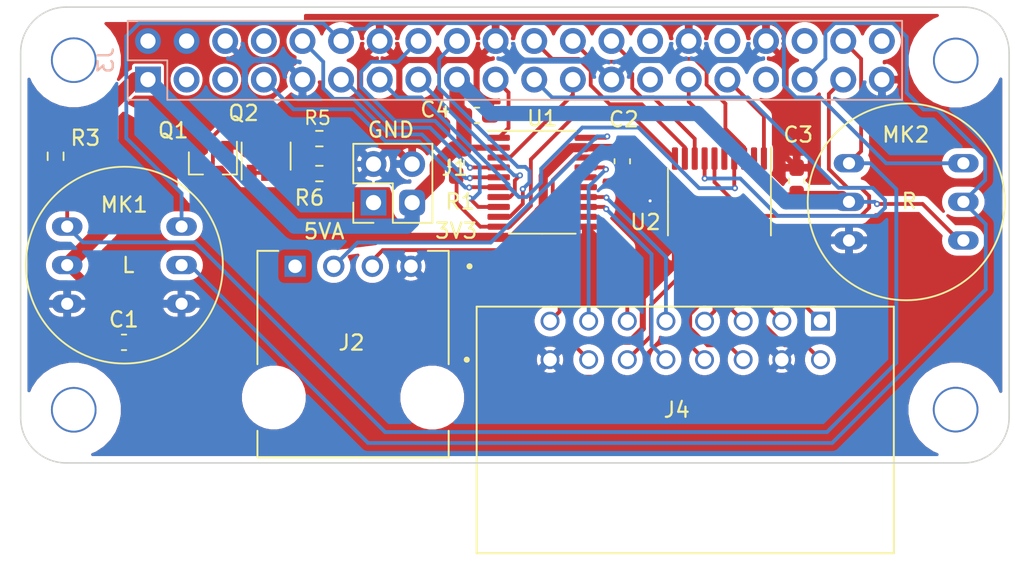
<source format=kicad_pcb>
(kicad_pcb (version 20171130) (host pcbnew 5.1.7)
  (layers (0 F.Cu signal) (1 In1.Cu signal hide) (2 In2.Cu signal hide) (31 B.Cu signal) (34 B.Paste user) (35 F.Paste user) (36 B.SilkS user hide) (37 F.SilkS user) (38 B.Mask user) (39 F.Mask user) (44 Edge.Cuts user))
  (net 0 "")
  (net 1 GND)
  (net 2 /ID_SD_EEPROM)
  (net 3 /ID_SC_EEPROM)
  (net 4 "Net-(Q1-Pad1)")
  (net 5 "Net-(Q2-Pad1)")
  (net 6 /P5V_HAT)
  (net 7 "Net-(J3-Pad3)")
  (net 8 "Net-(J3-Pad5)")
  (net 9 "Net-(J3-Pad8)")
  (net 10 "Net-(J3-Pad32)")
  (net 11 "Net-(J3-Pad33)")
  (net 12 "Net-(J3-Pad36)")
  (net 13 "Net-(J3-Pad40)")
  (net 14 +3.3VA)
  (net 15 +5VA)
  (net 16 /SCL_B)
  (net 17 /SDA_B)
  (net 18 /M_SCK)
  (net 19 /SDA_A)
  (net 20 /SCL_A)
  (net 21 /M_WS)
  (net 22 /M_SD)
  (net 23 /E_B)
  (net 24 /B_B)
  (net 25 /D_B)
  (net 26 /C_B)
  (net 27 /A_B)
  (net 28 /LS_OE)
  (net 29 /STB_A)
  (net 30 /E_A)
  (net 31 /CLK_A)
  (net 32 /G1_A)
  (net 33 /A_A)
  (net 34 /B_A)
  (net 35 /C_A)
  (net 36 /G2_A)
  (net 37 /D_A)
  (net 38 /R2_A)
  (net 39 /B1_A)
  (net 40 /OE_A)
  (net 41 /R1_A)
  (net 42 /B2_A)
  (net 43 /R1_B)
  (net 44 /G1_B)
  (net 45 /B1_B)
  (net 46 /R2_B)
  (net 47 /G2_B)
  (net 48 /B2_B)
  (net 49 /CLK_B)
  (net 50 /STB_B)
  (net 51 /OE_B)
  (module user_footprints:I2S-MIC_DIP-6 (layer F.Cu) (at 85.3694 77.8002 270)
    (fp_text reference MK1 (at -3.9751 0.0127) (layer F.SilkS))
    (fp_text value ICS-43434)
    (fp_text user L (at 0 -0.254 180) (layer F.SilkS))
    (pad 3 thru_hole oval (at 2.54 3.76 270) (size 1.2 2) (drill 0.8) (layers *.Cu *.Mask) (net 1 GND))
    (pad 6 thru_hole oval (at 2.54 -3.76 270) (size 1.2 2) (drill 0.8) (layers *.Cu *.Mask) (net 1 GND))
    (pad 2 thru_hole oval (at 0 3.76 270) (size 1.2 2) (drill 0.8) (layers *.Cu *.Mask) (net 14 +3.3VA))
    (pad 5 thru_hole oval (at 0 -3.76 270) (size 1.2 2) (drill 0.8) (layers *.Cu *.Mask) (net 21 /M_WS))
    (pad 1 thru_hole oval (at -2.54 3.76 270) (size 1.2 2) (drill 0.8) (layers *.Cu *.Mask) (net 22 /M_SD))
    (pad 4 thru_hole oval (at -2.54 -3.76 270) (size 1.2 2) (drill 0.8) (layers *.Cu *.Mask) (net 18 /M_SCK))
  )
  (module user_footprints:I2S-MIC_DIP-6 (layer F.Cu) (at 136.779 73.6346 270)
    (fp_text reference MK2 (at -4.4196 0.0254 180) (layer F.SilkS))
    (fp_text value ICS-43434)
    (fp_text user R (at -0.0508 -0.2032 180) (layer F.SilkS))
    (pad 3 thru_hole oval (at 2.54 3.76 270) (size 1.2 2) (drill 0.8) (layers *.Cu *.Mask) (net 1 GND))
    (pad 6 thru_hole oval (at 2.54 -3.76 270) (size 1.2 2) (drill 0.8) (layers *.Cu *.Mask) (net 14 +3.3VA))
    (pad 2 thru_hole oval (at 0 3.76 270) (size 1.2 2) (drill 0.8) (layers *.Cu *.Mask) (net 14 +3.3VA))
    (pad 5 thru_hole oval (at 0 -3.76 270) (size 1.2 2) (drill 0.8) (layers *.Cu *.Mask) (net 21 /M_WS))
    (pad 1 thru_hole oval (at -2.54 3.76 270) (size 1.2 2) (drill 0.8) (layers *.Cu *.Mask) (net 22 /M_SD))
    (pad 4 thru_hole oval (at -2.54 -3.76 270) (size 1.2 2) (drill 0.8) (layers *.Cu *.Mask) (net 18 /M_SCK))
  )
  (module Resistor_SMD:R_0603_1608Metric_Pad0.98x0.95mm_HandSolder (layer F.Cu) (at 80.8482 70.6355 90)
    (fp_text reference R3 (at 1.2046 1.9558 180) (layer F.SilkS))
    (fp_text value 100K)
    (pad 2 smd roundrect (at 0.9125 0 90) (size 0.975 0.95) (layers F.Cu F.Paste F.Mask) (net 1 GND))
    (pad 1 smd roundrect (at -0.9125 0 90) (size 0.975 0.95) (layers F.Cu F.Paste F.Mask) (net 22 /M_SD))
  )
  (module user_footprints:TE_103904-3 (layer F.Cu) (at 104.2162 77.8764 180)
    (fp_text reference J2 (at 3.9116 -5.0292 180) (layer F.SilkS))
    (fp_text value 103904-3)
    (pad 1 thru_hole rect (at 7.62 0 180) (size 1.397 1.397) (drill 0.889) (layers *.Cu *.Mask) (net 15 +5VA))
    (pad 2 thru_hole circle (at 5.08 0 180) (size 1.397 1.397) (drill 0.889) (layers *.Cu *.Mask) (net 17 /SDA_B))
    (pad 3 thru_hole circle (at 2.54 0 270) (size 1.397 1.397) (drill 0.889) (layers *.Cu *.Mask) (net 16 /SCL_B))
    (pad 4 thru_hole circle (at 0 0 180) (size 1.397 1.397) (drill 0.889) (layers *.Cu *.Mask) (net 1 GND))
    (pad None np_thru_hole circle (at 9.017 -8.636 180) (size 3.404 3.404) (drill 3.404) (layers *.Cu *.Mask))
    (pad None np_thru_hole circle (at -1.397 -8.636 180) (size 3.404 3.404) (drill 3.404) (layers *.Cu *.Mask))
  )
  (module Connector_PinHeader_2.54mm:PinHeader_2x02_P2.54mm_Vertical (layer F.Cu) (at 101.7524 71.1454)
    (fp_text reference J1 (at 5.334 0.254) (layer F.SilkS))
    (fp_text value PWR hide)
    (fp_text user 3V3 (at 5.4356 4.3942) (layer F.SilkS))
    (fp_text user 5VA (at -3.2512 4.4323) (layer F.SilkS))
    (fp_text user GND (at 1.143 -2.2479 180) (layer F.SilkS))
    (pad 1 thru_hole roundrect (at 2.54 2.54) (size 1.7 1.7) (drill 1) (layers *.Cu *.Mask) (net 14 +3.3VA))
    (pad 3 thru_hole rect (at 0 2.54) (size 1.7 1.7) (drill 1) (layers *.Cu *.Mask) (net 15 +5VA))
    (pad 2 thru_hole oval (at 2.54 0) (size 1.7 1.7) (drill 1) (layers *.Cu *.Mask) (net 1 GND))
    (pad 4 thru_hole circle (at 0 0) (size 1.7 1.7) (drill 1) (layers *.Cu *.Mask) (net 1 GND))
  )
  (module user_footprints:TE_5-103167-5 (layer F.Cu) (at 113.3602 84.0232)
    (fp_text reference J4 (at 8.3312 3.302) (layer F.SilkS))
    (fp_text value HUB-75)
    (pad 1 thru_hole rect (at 17.78 -2.54) (size 1.24 1.24) (drill 0.89) (layers *.Cu *.Mask) (net 43 /R1_B))
    (pad 2 thru_hole circle (at 17.78 0) (size 1.24 1.24) (drill 0.89) (layers *.Cu *.Mask) (net 44 /G1_B))
    (pad 3 thru_hole circle (at 15.24 -2.54) (size 1.24 1.24) (drill 0.89) (layers *.Cu *.Mask) (net 45 /B1_B))
    (pad 4 thru_hole circle (at 15.24 0) (size 1.24 1.24) (drill 0.89) (layers *.Cu *.Mask) (net 1 GND))
    (pad 5 thru_hole circle (at 12.7 -2.54) (size 1.24 1.24) (drill 0.89) (layers *.Cu *.Mask) (net 46 /R2_B))
    (pad 6 thru_hole circle (at 12.7 0) (size 1.24 1.24) (drill 0.89) (layers *.Cu *.Mask) (net 47 /G2_B))
    (pad 7 thru_hole circle (at 10.16 -2.54) (size 1.24 1.24) (drill 0.89) (layers *.Cu *.Mask) (net 48 /B2_B))
    (pad 8 thru_hole circle (at 10.16 0) (size 1.24 1.24) (drill 0.89) (layers *.Cu *.Mask) (net 23 /E_B))
    (pad 9 thru_hole circle (at 7.62 -2.54) (size 1.24 1.24) (drill 0.89) (layers *.Cu *.Mask) (net 27 /A_B))
    (pad 10 thru_hole circle (at 7.62 0) (size 1.24 1.24) (drill 0.89) (layers *.Cu *.Mask) (net 24 /B_B))
    (pad 11 thru_hole circle (at 5.08 -2.54) (size 1.24 1.24) (drill 0.89) (layers *.Cu *.Mask) (net 26 /C_B))
    (pad 12 thru_hole circle (at 5.08 0) (size 1.24 1.24) (drill 0.89) (layers *.Cu *.Mask) (net 25 /D_B))
    (pad 13 thru_hole circle (at 2.54 -2.54) (size 1.24 1.24) (drill 0.89) (layers *.Cu *.Mask) (net 49 /CLK_B))
    (pad 14 thru_hole circle (at 2.54 0) (size 1.24 1.24) (drill 0.89) (layers *.Cu *.Mask) (net 50 /STB_B))
    (pad 15 thru_hole circle (at 0 -2.54) (size 1.24 1.24) (drill 0.89) (layers *.Cu *.Mask) (net 51 /OE_B))
    (pad 16 thru_hole circle (at 0 0) (size 1.24 1.24) (drill 0.89) (layers *.Cu *.Mask) (net 1 GND))
  )
  (module Package_SO:TSSOP-20_4.4x6.5mm_P0.65mm (layer F.Cu) (at 124.4981 73.6473 270)
    (fp_text reference U2 (at 1.3208 4.8641 180) (layer F.SilkS))
    (fp_text value TXS0108EPW)
    (pad 20 smd roundrect (at 2.8625 -2.925 270) (size 1.475 0.4) (layers F.Cu F.Paste F.Mask) (net 43 /R1_B))
    (pad 19 smd roundrect (at 2.8625 -2.275 270) (size 1.475 0.4) (layers F.Cu F.Paste F.Mask) (net 15 +5VA))
    (pad 18 smd roundrect (at 2.8625 -1.625 270) (size 1.475 0.4) (layers F.Cu F.Paste F.Mask) (net 45 /B1_B))
    (pad 17 smd roundrect (at 2.8625 -0.975 270) (size 1.475 0.4) (layers F.Cu F.Paste F.Mask) (net 44 /G1_B))
    (pad 16 smd roundrect (at 2.8625 -0.325 270) (size 1.475 0.4) (layers F.Cu F.Paste F.Mask) (net 46 /R2_B))
    (pad 15 smd roundrect (at 2.8625 0.325 270) (size 1.475 0.4) (layers F.Cu F.Paste F.Mask) (net 48 /B2_B))
    (pad 14 smd roundrect (at 2.8625 0.975 270) (size 1.475 0.4) (layers F.Cu F.Paste F.Mask) (net 47 /G2_B))
    (pad 13 smd roundrect (at 2.8625 1.625 270) (size 1.475 0.4) (layers F.Cu F.Paste F.Mask) (net 23 /E_B))
    (pad 12 smd roundrect (at 2.8625 2.275 270) (size 1.475 0.4) (layers F.Cu F.Paste F.Mask) (net 25 /D_B))
    (pad 11 smd roundrect (at 2.8625 2.925 270) (size 1.475 0.4) (layers F.Cu F.Paste F.Mask) (net 1 GND))
    (pad 10 smd roundrect (at -2.8625 2.925 270) (size 1.475 0.4) (layers F.Cu F.Paste F.Mask) (net 28 /LS_OE))
    (pad 9 smd roundrect (at -2.8625 2.275 270) (size 1.475 0.4) (layers F.Cu F.Paste F.Mask) (net 37 /D_A))
    (pad 8 smd roundrect (at -2.8625 1.625 270) (size 1.475 0.4) (layers F.Cu F.Paste F.Mask) (net 30 /E_A))
    (pad 7 smd roundrect (at -2.8625 0.975 270) (size 1.475 0.4) (layers F.Cu F.Paste F.Mask) (net 36 /G2_A))
    (pad 6 smd roundrect (at -2.8625 0.325 270) (size 1.475 0.4) (layers F.Cu F.Paste F.Mask) (net 42 /B2_A))
    (pad 5 smd roundrect (at -2.8625 -0.325 270) (size 1.475 0.4) (layers F.Cu F.Paste F.Mask) (net 38 /R2_A))
    (pad 4 smd roundrect (at -2.8625 -0.975 270) (size 1.475 0.4) (layers F.Cu F.Paste F.Mask) (net 32 /G1_A))
    (pad 3 smd roundrect (at -2.8625 -1.625 270) (size 1.475 0.4) (layers F.Cu F.Paste F.Mask) (net 39 /B1_A))
    (pad 2 smd roundrect (at -2.8625 -2.275 270) (size 1.475 0.4) (layers F.Cu F.Paste F.Mask) (net 14 +3.3VA))
    (pad 1 smd roundrect (at -2.8625 -2.925 270) (size 1.475 0.4) (layers F.Cu F.Paste F.Mask) (net 41 /R1_A))
  )
  (module Capacitor_SMD:C_0603_1608Metric_Pad1.08x0.95mm_HandSolder (layer F.Cu) (at 107.188 71.0449 270)
    (fp_text reference R1 (at 2.577 -0.2667 180) (layer F.SilkS))
    (fp_text value 4.7K)
    (pad 2 smd roundrect (at 0.8625 0 270) (size 1.075 0.95) (layers F.Cu F.Paste F.Mask) (net 28 /LS_OE))
    (pad 1 smd roundrect (at -0.8625 0 270) (size 1.075 0.95) (layers F.Cu F.Paste F.Mask) (net 14 +3.3VA))
  )
  (module Capacitor_SMD:C_0603_1608Metric_Pad1.08x0.95mm_HandSolder (layer F.Cu) (at 108.5607 67.945)
    (fp_text reference C4 (at -2.757 -0.381) (layer F.SilkS))
    (fp_text value 1uF)
    (pad 2 smd roundrect (at 0.8625 0) (size 1.075 0.95) (layers F.Cu F.Paste F.Mask) (net 1 GND))
    (pad 1 smd roundrect (at -0.8625 0) (size 1.075 0.95) (layers F.Cu F.Paste F.Mask) (net 14 +3.3VA))
  )
  (module Capacitor_SMD:C_0603_1608Metric_Pad1.08x0.95mm_HandSolder (layer F.Cu) (at 129.5781 72.2503 90)
    (fp_text reference C3 (at 3.0353 0.1016 180) (layer F.SilkS))
    (fp_text value 1uF)
    (pad 2 smd roundrect (at 0.8625 0 90) (size 1.075 0.95) (layers F.Cu F.Paste F.Mask) (net 1 GND))
    (pad 1 smd roundrect (at -0.8625 0 90) (size 1.075 0.95) (layers F.Cu F.Paste F.Mask) (net 14 +3.3VA))
  )
  (module Capacitor_SMD:C_0603_1608Metric_Pad1.08x0.95mm_HandSolder (layer F.Cu) (at 118.11 70.9676 270)
    (fp_text reference C2 (at -2.7559 -0.1016 180) (layer F.SilkS))
    (fp_text value 1uF)
    (pad 2 smd roundrect (at 0.8625 0 270) (size 1.075 0.95) (layers F.Cu F.Paste F.Mask) (net 1 GND))
    (pad 1 smd roundrect (at -0.8625 0 270) (size 1.075 0.95) (layers F.Cu F.Paste F.Mask) (net 15 +5VA))
  )
  (module Package_SO:TSSOP-20_4.4x6.5mm_P0.65mm (layer F.Cu) (at 112.8445 72.3444)
    (fp_text reference U1 (at 0 -4.2) (layer F.SilkS))
    (fp_text value TXS0108EPW)
    (pad 20 smd roundrect (at 2.8625 -2.925) (size 1.475 0.4) (layers F.Cu F.Paste F.Mask) (net 17 /SDA_B))
    (pad 19 smd roundrect (at 2.8625 -2.275) (size 1.475 0.4) (layers F.Cu F.Paste F.Mask) (net 15 +5VA))
    (pad 18 smd roundrect (at 2.8625 -1.625) (size 1.475 0.4) (layers F.Cu F.Paste F.Mask) (net 16 /SCL_B))
    (pad 17 smd roundrect (at 2.8625 -0.975) (size 1.475 0.4) (layers F.Cu F.Paste F.Mask) (net 49 /CLK_B))
    (pad 16 smd roundrect (at 2.8625 -0.325) (size 1.475 0.4) (layers F.Cu F.Paste F.Mask) (net 51 /OE_B))
    (pad 15 smd roundrect (at 2.8625 0.325) (size 1.475 0.4) (layers F.Cu F.Paste F.Mask) (net 50 /STB_B))
    (pad 14 smd roundrect (at 2.8625 0.975) (size 1.475 0.4) (layers F.Cu F.Paste F.Mask) (net 27 /A_B))
    (pad 13 smd roundrect (at 2.8625 1.625) (size 1.475 0.4) (layers F.Cu F.Paste F.Mask) (net 24 /B_B))
    (pad 12 smd roundrect (at 2.8625 2.275) (size 1.475 0.4) (layers F.Cu F.Paste F.Mask) (net 26 /C_B))
    (pad 11 smd roundrect (at 2.8625 2.925) (size 1.475 0.4) (layers F.Cu F.Paste F.Mask) (net 1 GND))
    (pad 10 smd roundrect (at -2.8625 2.925) (size 1.475 0.4) (layers F.Cu F.Paste F.Mask) (net 28 /LS_OE))
    (pad 9 smd roundrect (at -2.8625 2.275) (size 1.475 0.4) (layers F.Cu F.Paste F.Mask) (net 35 /C_A))
    (pad 8 smd roundrect (at -2.8625 1.625) (size 1.475 0.4) (layers F.Cu F.Paste F.Mask) (net 34 /B_A))
    (pad 7 smd roundrect (at -2.8625 0.975) (size 1.475 0.4) (layers F.Cu F.Paste F.Mask) (net 33 /A_A))
    (pad 6 smd roundrect (at -2.8625 0.325) (size 1.475 0.4) (layers F.Cu F.Paste F.Mask) (net 29 /STB_A))
    (pad 5 smd roundrect (at -2.8625 -0.325) (size 1.475 0.4) (layers F.Cu F.Paste F.Mask) (net 40 /OE_A))
    (pad 4 smd roundrect (at -2.8625 -0.975) (size 1.475 0.4) (layers F.Cu F.Paste F.Mask) (net 31 /CLK_A))
    (pad 3 smd roundrect (at -2.8625 -1.625) (size 1.475 0.4) (layers F.Cu F.Paste F.Mask) (net 20 /SCL_A))
    (pad 2 smd roundrect (at -2.8625 -2.275) (size 1.475 0.4) (layers F.Cu F.Paste F.Mask) (net 14 +3.3VA))
    (pad 1 smd roundrect (at -2.8625 -2.925) (size 1.475 0.4) (layers F.Cu F.Paste F.Mask) (net 19 /SDA_A))
  )
  (module Capacitor_SMD:C_0603_1608Metric_Pad1.08x0.95mm_HandSolder (layer F.Cu) (at 85.3451 82.8802)
    (fp_text reference C1 (at -0.0138 -1.4986) (layer F.SilkS))
    (fp_text value 1uF)
    (pad 2 smd roundrect (at 0.8625 0) (size 1.075 0.95) (layers F.Cu F.Paste F.Mask) (net 1 GND))
    (pad 1 smd roundrect (at -0.8625 0) (size 1.075 0.95) (layers F.Cu F.Paste F.Mask) (net 14 +3.3VA))
  )
  (module Connector_PinSocket_2.54mm:PinSocket_2x20_P2.54mm_Vertical (layer B.Cu) (at 86.92 65.59 270)
    (fp_text reference J3 (at -1.27 2.77 270) (layer B.SilkS) (effects (justify mirror)))
    (fp_text value 40HAT)
    (pad 1 thru_hole rect (at 0 0 270) (size 1.7 1.7) (drill 1) (layers *.Cu *.Mask) (net 14 +3.3VA))
    (pad 2 thru_hole oval (at -2.54 0 270) (size 1.7 1.7) (drill 1) (layers *.Cu *.Mask) (net 6 /P5V_HAT))
    (pad 3 thru_hole oval (at 0 -2.54 270) (size 1.7 1.7) (drill 1) (layers *.Cu *.Mask) (net 7 "Net-(J3-Pad3)"))
    (pad 4 thru_hole oval (at -2.54 -2.54 270) (size 1.7 1.7) (drill 1) (layers *.Cu *.Mask) (net 6 /P5V_HAT))
    (pad 5 thru_hole oval (at 0 -5.08 270) (size 1.7 1.7) (drill 1) (layers *.Cu *.Mask) (net 8 "Net-(J3-Pad5)"))
    (pad 6 thru_hole oval (at -2.54 -5.08 270) (size 1.7 1.7) (drill 1) (layers *.Cu *.Mask) (net 1 GND))
    (pad 7 thru_hole oval (at 0 -7.62 270) (size 1.7 1.7) (drill 1) (layers *.Cu *.Mask) (net 29 /STB_A))
    (pad 8 thru_hole oval (at -2.54 -7.62 270) (size 1.7 1.7) (drill 1) (layers *.Cu *.Mask) (net 9 "Net-(J3-Pad8)"))
    (pad 9 thru_hole oval (at 0 -10.16 270) (size 1.7 1.7) (drill 1) (layers *.Cu *.Mask) (net 1 GND))
    (pad 10 thru_hole oval (at -2.54 -10.16 270) (size 1.7 1.7) (drill 1) (layers *.Cu *.Mask) (net 40 /OE_A))
    (pad 11 thru_hole oval (at 0 -12.7 270) (size 1.7 1.7) (drill 1) (layers *.Cu *.Mask) (net 31 /CLK_A))
    (pad 12 thru_hole oval (at -2.54 -12.7 270) (size 1.7 1.7) (drill 1) (layers *.Cu *.Mask) (net 18 /M_SCK))
    (pad 13 thru_hole oval (at 0 -15.24 270) (size 1.7 1.7) (drill 1) (layers *.Cu *.Mask) (net 32 /G1_A))
    (pad 14 thru_hole oval (at -2.54 -15.24 270) (size 1.7 1.7) (drill 1) (layers *.Cu *.Mask) (net 1 GND))
    (pad 15 thru_hole oval (at 0 -17.78 270) (size 1.7 1.7) (drill 1) (layers *.Cu *.Mask) (net 33 /A_A))
    (pad 16 thru_hole oval (at -2.54 -17.78 270) (size 1.7 1.7) (drill 1) (layers *.Cu *.Mask) (net 34 /B_A))
    (pad 17 thru_hole oval (at 0 -20.32 270) (size 1.7 1.7) (drill 1) (layers *.Cu *.Mask) (net 14 +3.3VA))
    (pad 18 thru_hole oval (at -2.54 -20.32 270) (size 1.7 1.7) (drill 1) (layers *.Cu *.Mask) (net 35 /C_A))
    (pad 19 thru_hole oval (at 0 -22.86 270) (size 1.7 1.7) (drill 1) (layers *.Cu *.Mask) (net 19 /SDA_A))
    (pad 20 thru_hole oval (at -2.54 -22.86 270) (size 1.7 1.7) (drill 1) (layers *.Cu *.Mask) (net 1 GND))
    (pad 21 thru_hole oval (at 0 -25.4 270) (size 1.7 1.7) (drill 1) (layers *.Cu *.Mask) (net 36 /G2_A))
    (pad 22 thru_hole oval (at -2.54 -25.4 270) (size 1.7 1.7) (drill 1) (layers *.Cu *.Mask) (net 37 /D_A))
    (pad 23 thru_hole oval (at 0 -27.94 270) (size 1.7 1.7) (drill 1) (layers *.Cu *.Mask) (net 20 /SCL_A))
    (pad 24 thru_hole oval (at -2.54 -27.94 270) (size 1.7 1.7) (drill 1) (layers *.Cu *.Mask) (net 30 /E_A))
    (pad 25 thru_hole oval (at 0 -30.48 270) (size 1.7 1.7) (drill 1) (layers *.Cu *.Mask) (net 1 GND))
    (pad 26 thru_hole oval (at -2.54 -30.48 270) (size 1.7 1.7) (drill 1) (layers *.Cu *.Mask) (net 39 /B1_A))
    (pad 27 thru_hole oval (at 0 -33.02 270) (size 1.7 1.7) (drill 1) (layers *.Cu *.Mask) (net 2 /ID_SD_EEPROM))
    (pad 28 thru_hole oval (at -2.54 -33.02 270) (size 1.7 1.7) (drill 1) (layers *.Cu *.Mask) (net 3 /ID_SC_EEPROM))
    (pad 29 thru_hole oval (at 0 -35.56 270) (size 1.7 1.7) (drill 1) (layers *.Cu *.Mask) (net 38 /R2_A))
    (pad 30 thru_hole oval (at -2.54 -35.56 270) (size 1.7 1.7) (drill 1) (layers *.Cu *.Mask) (net 1 GND))
    (pad 31 thru_hole oval (at 0 -38.1 270) (size 1.7 1.7) (drill 1) (layers *.Cu *.Mask) (net 41 /R1_A))
    (pad 32 thru_hole oval (at -2.54 -38.1 270) (size 1.7 1.7) (drill 1) (layers *.Cu *.Mask) (net 10 "Net-(J3-Pad32)"))
    (pad 33 thru_hole oval (at 0 -40.64 270) (size 1.7 1.7) (drill 1) (layers *.Cu *.Mask) (net 11 "Net-(J3-Pad33)"))
    (pad 34 thru_hole oval (at -2.54 -40.64 270) (size 1.7 1.7) (drill 1) (layers *.Cu *.Mask) (net 1 GND))
    (pad 35 thru_hole oval (at 0 -43.18 270) (size 1.7 1.7) (drill 1) (layers *.Cu *.Mask) (net 21 /M_WS))
    (pad 36 thru_hole oval (at -2.54 -43.18 270) (size 1.7 1.7) (drill 1) (layers *.Cu *.Mask) (net 12 "Net-(J3-Pad36)"))
    (pad 37 thru_hole oval (at 0 -45.72 270) (size 1.7 1.7) (drill 1) (layers *.Cu *.Mask) (net 42 /B2_A))
    (pad 38 thru_hole oval (at -2.54 -45.72 270) (size 1.7 1.7) (drill 1) (layers *.Cu *.Mask) (net 22 /M_SD))
    (pad 39 thru_hole oval (at 0 -48.26 270) (size 1.7 1.7) (drill 1) (layers *.Cu *.Mask) (net 1 GND))
    (pad 40 thru_hole oval (at -2.54 -48.26 270) (size 1.7 1.7) (drill 1) (layers *.Cu *.Mask) (net 13 "Net-(J3-Pad40)"))
  )
  (module Package_TO_SOT_SMD:SOT-23 (layer F.Cu) (at 91.19 71.0738 270)
    (fp_text reference Q1 (at -2.1382 2.6075) (layer F.SilkS))
    (fp_text value DMG2305UX)
    (pad 3 smd rect (at 1 0 270) (size 0.9 0.8) (layers F.Cu F.Paste F.Mask) (net 15 +5VA))
    (pad 2 smd rect (at -1 0.95 270) (size 0.9 0.8) (layers F.Cu F.Paste F.Mask) (net 6 /P5V_HAT))
    (pad 1 smd rect (at -1 -0.95 270) (size 0.9 0.8) (layers F.Cu F.Paste F.Mask) (net 4 "Net-(Q1-Pad1)"))
  )
  (module Package_TO_SOT_SMD:SOT-23-6 (layer F.Cu) (at 94.69 70.6238 90)
    (fp_text reference Q2 (at 2.8312 -1.4847 180) (layer F.SilkS))
    (fp_text value DMMT5401)
    (pad 5 smd rect (at 1.1 0 90) (size 1.06 0.65) (layers F.Cu F.Paste F.Mask) (net 6 /P5V_HAT))
    (pad 6 smd rect (at 1.1 -0.95 90) (size 1.06 0.65) (layers F.Cu F.Paste F.Mask) (net 15 +5VA))
    (pad 4 smd rect (at 1.1 0.95 90) (size 1.06 0.65) (layers F.Cu F.Paste F.Mask) (net 4 "Net-(Q1-Pad1)"))
    (pad 3 smd rect (at -1.1 0.95 90) (size 1.06 0.65) (layers F.Cu F.Paste F.Mask) (net 5 "Net-(Q2-Pad1)"))
    (pad 2 smd rect (at -1.1 0 90) (size 1.06 0.65) (layers F.Cu F.Paste F.Mask) (net 5 "Net-(Q2-Pad1)"))
    (pad 1 smd rect (at -1.1 -0.95 90) (size 1.06 0.65) (layers F.Cu F.Paste F.Mask) (net 5 "Net-(Q2-Pad1)"))
  )
  (module Resistor_SMD:R_0603_1608Metric_Pad0.84x1.00mm_HandSolder (layer F.Cu) (at 98.19 69.4738)
    (fp_text reference R5 (at -0.1206 -1.3637 180) (layer F.SilkS) (effects (font (size 0.9 0.9) (thickness 0.13))))
    (fp_text value 47K)
    (pad 1 smd rect (at -0.9625 0) (size 0.845 1) (layers F.Cu F.Paste F.Mask) (net 4 "Net-(Q1-Pad1)"))
    (pad 2 smd rect (at 0.9625 0) (size 0.845 1) (layers F.Cu F.Paste F.Mask) (net 1 GND))
  )
  (module Resistor_SMD:R_0603_1608Metric_Pad0.84x1.00mm_HandSolder (layer F.Cu) (at 98.19 71.7738)
    (fp_text reference R6 (at -0.654 1.5941 180) (layer F.SilkS))
    (fp_text value 10K)
    (pad 2 smd rect (at 0.9625 0) (size 0.845 1) (layers F.Cu F.Paste F.Mask) (net 1 GND))
    (pad 1 smd rect (at -0.9625 0) (size 0.845 1) (layers F.Cu F.Paste F.Mask) (net 5 "Net-(Q2-Pad1)"))
  )
  (module project_footprints:NPTH_3mm_ID (layer F.Cu) (at 82.04 64.31)
    (fp_text reference H1 (at 0.06 0.09) (layer F.SilkS))
    (fp_text value 3mm_Mounting_Hole hide)
    (pad "" np_thru_hole circle (at 0 0) (size 3 3) (drill 2.75) (layers *.Cu *.Mask) (clearance 1.6))
  )
  (module project_footprints:NPTH_3mm_ID (layer F.Cu) (at 140.04 64.33)
    (fp_text reference H2 (at 0.06 0.09) (layer F.SilkS))
    (fp_text value 3mm_Mounting_Hole hide)
    (pad "" np_thru_hole circle (at 0 0) (size 3 3) (drill 2.75) (layers *.Cu *.Mask) (clearance 1.6))
  )
  (module project_footprints:NPTH_3mm_ID (layer F.Cu) (at 82.04 87.32)
    (fp_text reference H3 (at 0.06 0.09) (layer F.SilkS))
    (fp_text value 3mm_Mounting_Hole hide)
    (pad "" np_thru_hole circle (at 0 0) (size 3 3) (drill 2.75) (layers *.Cu *.Mask) (clearance 1.6))
  )
  (module project_footprints:NPTH_3mm_ID (layer F.Cu) (at 140.03 87.31)
    (fp_text reference H4 (at 0.06 0.09) (layer F.SilkS))
    (fp_text value 3mm_Mounting_Hole hide)
    (pad "" np_thru_hole circle (at 0 0) (size 3 3) (drill 2.75) (layers *.Cu *.Mask) (clearance 1.6))
  )
  (gr_line (start 78.546356 63.817611) (end 78.546356 87.817611) (layer Edge.Cuts) (width 0.1))
  (gr_arc (start 81.546356 63.817611) (end 81.546356 60.817611) (angle -90) (layer Edge.Cuts) (width 0.1))
  (gr_line (start 140.546356 60.817611) (end 81.546356 60.817611) (layer Edge.Cuts) (width 0.1))
  (gr_arc (start 140.546356 63.817611) (end 143.546356 63.817611) (angle -90) (layer Edge.Cuts) (width 0.1))
  (gr_line (start 143.546351 87.822847) (end 143.546356 63.817611) (layer Edge.Cuts) (width 0.1))
  (gr_arc (start 81.546356 87.817611) (end 78.546356 87.817611) (angle -90) (layer Edge.Cuts) (width 0.1))
  (gr_line (start 81.546356 90.817611) (end 140.546356 90.817611) (layer Edge.Cuts) (width 0.1))
  (gr_arc (start 140.546356 87.817611) (end 140.546356 90.817611) (angle -89.9) (layer Edge.Cuts) (width 0.1))
  (via (at 134.8613 73.7743) (size 0.4) (drill 0.2) (layers F.Cu B.Cu) (net 14))
  (segment (start 97.08 65.59) (end 97.08 66.6254) (width 0.25) (layer F.Cu) (net 1))
  (segment (start 103.410001 64.300001) (end 108.529999 64.300001) (width 0.4) (layer F.Cu) (net 1))
  (segment (start 102.16 63.05) (end 103.410001 64.300001) (width 0.4) (layer F.Cu) (net 1))
  (segment (start 103.449999 70.302999) (end 104.2924 71.1454) (width 0.4) (layer F.Cu) (net 1))
  (segment (start 103.449999 64.339999) (end 103.449999 70.302999) (width 0.4) (layer F.Cu) (net 1))
  (segment (start 102.16 63.05) (end 103.449999 64.339999) (width 0.4) (layer F.Cu) (net 1))
  (segment (start 100.870001 67.842999) (end 104.2924 71.265398) (width 0.4) (layer F.Cu) (net 1))
  (segment (start 100.870001 64.339999) (end 100.870001 67.842999) (width 0.4) (layer F.Cu) (net 1))
  (segment (start 102.16 63.05) (end 100.870001 64.339999) (width 0.4) (layer F.Cu) (net 1))
  (segment (start 108.529999 64.300001) (end 109.78 63.05) (width 0.4) (layer F.Cu) (net 1))
  (segment (start 106.679997 64.300001) (end 108.529999 64.300001) (width 0.4) (layer F.Cu) (net 1))
  (segment (start 108.5342 64.2958) (end 109.78 63.05) (width 0.4) (layer F.Cu) (net 1))
  (segment (start 108.5342 64.985798) (end 108.5342 64.2958) (width 0.4) (layer F.Cu) (net 1))
  (segment (start 108.529999 64.989999) (end 108.5342 64.985798) (width 0.4) (layer F.Cu) (net 1))
  (segment (start 108.5342 66.194202) (end 108.529999 66.190001) (width 0.4) (layer F.Cu) (net 1))
  (segment (start 108.5342 67.056) (end 108.5342 66.194202) (width 0.4) (layer F.Cu) (net 1))
  (segment (start 108.529999 66.190001) (end 108.529999 64.989999) (width 0.4) (layer F.Cu) (net 1))
  (segment (start 109.4232 67.945) (end 108.5342 67.056) (width 0.4) (layer F.Cu) (net 1))
  (segment (start 128.849999 70.659699) (end 129.5781 71.3878) (width 0.4) (layer F.Cu) (net 1))
  (segment (start 128.849999 64.339999) (end 128.849999 70.659699) (width 0.4) (layer F.Cu) (net 1))
  (segment (start 127.56 63.05) (end 128.849999 64.339999) (width 0.4) (layer F.Cu) (net 1))
  (segment (start 123.730001 64.300001) (end 122.48 63.05) (width 0.4) (layer B.Cu) (net 1))
  (segment (start 126.309999 64.300001) (end 123.730001 64.300001) (width 0.4) (layer B.Cu) (net 1))
  (segment (start 127.56 63.05) (end 126.309999 64.300001) (width 0.4) (layer B.Cu) (net 1))
  (segment (start 118.689999 64.300001) (end 117.4 65.59) (width 0.4) (layer B.Cu) (net 1))
  (segment (start 121.229999 64.300001) (end 118.689999 64.300001) (width 0.4) (layer B.Cu) (net 1))
  (segment (start 122.48 63.05) (end 121.229999 64.300001) (width 0.4) (layer B.Cu) (net 1))
  (segment (start 116.149999 64.339999) (end 117.4 65.59) (width 0.4) (layer B.Cu) (net 1))
  (segment (start 111.069999 64.339999) (end 116.149999 64.339999) (width 0.4) (layer B.Cu) (net 1))
  (segment (start 109.78 63.05) (end 111.069999 64.339999) (width 0.4) (layer B.Cu) (net 1))
  (segment (start 98.245398 71.1454) (end 101.7524 71.1454) (width 0.4) (layer B.Cu) (net 1))
  (segment (start 93.289999 66.190001) (end 98.245398 71.1454) (width 0.4) (layer B.Cu) (net 1))
  (segment (start 93.289999 64.339999) (end 93.289999 66.190001) (width 0.4) (layer B.Cu) (net 1))
  (segment (start 92 63.05) (end 93.289999 64.339999) (width 0.4) (layer B.Cu) (net 1))
  (segment (start 95.790001 64.300001) (end 97.08 65.59) (width 0.4) (layer B.Cu) (net 1))
  (segment (start 93.250001 64.300001) (end 95.790001 64.300001) (width 0.4) (layer B.Cu) (net 1))
  (segment (start 92 63.05) (end 93.250001 64.300001) (width 0.4) (layer B.Cu) (net 1))
  (segment (start 114.554 85.217) (end 113.3602 84.0232) (width 0.4) (layer F.Cu) (net 1))
  (segment (start 116.4463 85.217) (end 114.554 85.217) (width 0.4) (layer F.Cu) (net 1))
  (segment (start 117.1829 84.4804) (end 116.4463 85.217) (width 0.4) (layer F.Cu) (net 1))
  (segment (start 115.707 75.2694) (end 117.1829 76.7453) (width 0.4) (layer F.Cu) (net 1))
  (segment (start 119.460201 81.972801) (end 118.590902 82.8421) (width 0.4) (layer F.Cu) (net 1))
  (segment (start 118.590902 82.8421) (end 117.1829 82.8421) (width 0.4) (layer F.Cu) (net 1))
  (segment (start 119.460201 78.622699) (end 119.460201 81.972801) (width 0.4) (layer F.Cu) (net 1))
  (segment (start 121.5731 76.5098) (end 119.460201 78.622699) (width 0.4) (layer F.Cu) (net 1))
  (segment (start 117.1829 82.8421) (end 117.1829 84.4804) (width 0.4) (layer F.Cu) (net 1))
  (segment (start 117.1829 76.7453) (end 117.1829 82.8421) (width 0.4) (layer F.Cu) (net 1))
  (via (at 119.9388 73.5711) (size 0.4) (drill 0.2) (layers F.Cu B.Cu) (net 1))
  (via (at 117.0305 71.501) (size 0.4) (drill 0.2) (layers F.Cu B.Cu) (net 49))
  (via (at 117.0686 73.3552) (size 0.4) (drill 0.2) (layers F.Cu B.Cu) (net 27))
  (via (at 117.0559 74.1045) (size 0.4) (drill 0.2) (layers F.Cu B.Cu) (net 24))
  (via (at 117.1194 69.3293) (size 0.4) (drill 0.2) (layers F.Cu B.Cu) (net 17))
  (segment (start 119.94 66.06) (end 119.94 65.59) (width 0.25) (layer B.Cu) (net 2))
  (segment (start 119.94 63.05) (end 119.85 63.05) (width 0.15) (layer F.Cu) (net 3))
  (segment (start 93.29 70.5738) (end 95.29 70.5738) (width 0.25) (layer F.Cu) (net 4))
  (segment (start 92.78924 70.07304) (end 93.29 70.5738) (width 0.25) (layer F.Cu) (net 4))
  (segment (start 95.29 70.5738) (end 95.64 70.2238) (width 0.25) (layer F.Cu) (net 4))
  (segment (start 92.14 70.07304) (end 92.78924 70.07304) (width 0.25) (layer F.Cu) (net 4))
  (segment (start 95.64 70.2238) (end 95.64 69.5238) (width 0.25) (layer F.Cu) (net 4))
  (segment (start 95.64 69.5238) (end 97.04 69.5238) (width 0.25) (layer F.Cu) (net 4))
  (segment (start 97.04 69.5238) (end 97.09 69.4738) (width 0.25) (layer F.Cu) (net 4))
  (segment (start 93.74 71.7238) (end 94.69 71.7238) (width 0.25) (layer F.Cu) (net 5))
  (segment (start 94.69 71.7238) (end 95.64 71.7238) (width 0.25) (layer F.Cu) (net 5))
  (segment (start 95.64 71.7238) (end 95.69 71.7738) (width 0.25) (layer F.Cu) (net 5))
  (segment (start 95.69 71.7738) (end 97.09 71.7738) (width 0.25) (layer F.Cu) (net 5))
  (segment (start 94.69 69.5238) (end 94.69 68.7738) (width 0.15) (layer F.Cu) (net 6))
  (segment (start 90.24 69.9738) (end 90.19 69.9738) (width 0.6) (layer F.Cu) (net 6))
  (segment (start 94.69 69.5238) (end 94.69 68.0454) (width 0.25) (layer F.Cu) (net 6))
  (segment (start 94.69 68.0454) (end 93.9546 67.31) (width 0.25) (layer F.Cu) (net 6))
  (segment (start 84.0778 70.6336) (end 84.0778 72.9996) (width 1) (layer F.Cu) (net 14))
  (segment (start 107.24 67.4868) (end 107.6982 67.945) (width 1) (layer F.Cu) (net 14))
  (segment (start 107.24 65.59) (end 107.24 67.4868) (width 1) (layer F.Cu) (net 14))
  (segment (start 84.0778 75.3318) (end 81.6094 77.8002) (width 1) (layer F.Cu) (net 14))
  (segment (start 84.0778 72.9996) (end 84.0778 75.3318) (width 1) (layer F.Cu) (net 14))
  (segment (start 86.92 65.59) (end 86.0988 65.59) (width 1) (layer F.Cu) (net 14))
  (segment (start 84.0778 67.611) (end 84.0778 70.6336) (width 1) (layer F.Cu) (net 14))
  (segment (start 86.0988 65.59) (end 84.0778 67.611) (width 1) (layer F.Cu) (net 14))
  (segment (start 107.6982 70.0694) (end 107.6982 67.945) (width 0.25) (layer F.Cu) (net 14))
  (segment (start 109.982 70.0694) (end 107.6982 70.0694) (width 0.4) (layer F.Cu) (net 14))
  (segment (start 107.6982 70.1592) (end 107.6982 67.945) (width 1) (layer F.Cu) (net 14))
  (segment (start 128.409176 73.2155) (end 129.3749 73.2155) (width 0.4) (layer F.Cu) (net 14))
  (segment (start 126.7731 71.579424) (end 128.409176 73.2155) (width 0.4) (layer F.Cu) (net 14))
  (segment (start 126.7731 70.7848) (end 126.7731 71.579424) (width 0.4) (layer F.Cu) (net 14))
  (segment (start 132.5999 73.2155) (end 133.019 73.6346) (width 0.4) (layer F.Cu) (net 14))
  (segment (start 123.063 67.818) (end 128.8796 73.6346) (width 1) (layer B.Cu) (net 14))
  (segment (start 109.468 67.818) (end 123.063 67.818) (width 1) (layer B.Cu) (net 14))
  (segment (start 128.8796 73.6346) (end 133.019 73.6346) (width 1) (layer B.Cu) (net 14))
  (segment (start 107.24 65.59) (end 109.468 67.818) (width 1) (layer B.Cu) (net 14))
  (segment (start 104.2924 74.887481) (end 104.2924 73.6854) (width 1) (layer B.Cu) (net 14))
  (segment (start 103.94448 75.235401) (end 104.2924 74.887481) (width 1) (layer B.Cu) (net 14))
  (segment (start 96.565401 75.235401) (end 103.94448 75.235401) (width 1) (layer B.Cu) (net 14))
  (segment (start 86.92 65.59) (end 96.565401 75.235401) (width 1) (layer B.Cu) (net 14))
  (segment (start 105.9434 71.9836) (end 105.9434 71.23786) (width 1) (layer F.Cu) (net 14))
  (segment (start 105.9434 72.0344) (end 105.9434 71.9836) (width 1) (layer F.Cu) (net 14))
  (segment (start 104.2924 73.6854) (end 105.9434 72.0344) (width 1) (layer F.Cu) (net 14))
  (segment (start 106.99886 70.1824) (end 107.188 70.1824) (width 1) (layer F.Cu) (net 14))
  (segment (start 105.9434 71.23786) (end 106.99886 70.1824) (width 1) (layer F.Cu) (net 14))
  (segment (start 129.3749 73.2155) (end 132.5999 73.2155) (width 0.6) (layer F.Cu) (net 14))
  (segment (start 84.4826 80.6734) (end 84.4826 82.8802) (width 0.6) (layer F.Cu) (net 14))
  (segment (start 81.6094 77.8002) (end 84.4826 80.6734) (width 0.6) (layer F.Cu) (net 14))
  (segment (start 134.7216 73.6346) (end 134.8613 73.7743) (width 0.25) (layer B.Cu) (net 14))
  (segment (start 133.019 73.6346) (end 134.7216 73.6346) (width 0.25) (layer B.Cu) (net 14))
  (segment (start 134.8613 73.7743) (end 137.8593 73.7743) (width 0.25) (layer F.Cu) (net 14))
  (segment (start 140.2596 76.1746) (end 137.8593 73.7743) (width 0.25) (layer F.Cu) (net 14))
  (segment (start 140.539 76.1746) (end 140.2596 76.1746) (width 0.25) (layer F.Cu) (net 14))
  (segment (start 93.29 68.8738) (end 91.64 68.8738) (width 0.25) (layer F.Cu) (net 15))
  (segment (start 93.74 69.3238) (end 93.29 68.8738) (width 0.25) (layer F.Cu) (net 15))
  (segment (start 91.19 69.3238) (end 91.19 70.9238) (width 0.25) (layer F.Cu) (net 15))
  (segment (start 91.64 68.8738) (end 91.19 69.3238) (width 0.25) (layer F.Cu) (net 15))
  (segment (start 93.74 69.5238) (end 93.74 69.3238) (width 0.25) (layer F.Cu) (net 15))
  (segment (start 91.19 70.9238) (end 91.19 72.1738) (width 0.25) (layer F.Cu) (net 15))
  (segment (start 115.707 70.0694) (end 114.9695 70.0694) (width 0.25) (layer F.Cu) (net 15))
  (segment (start 117.863 70.0694) (end 115.707 70.0694) (width 0.5) (layer F.Cu) (net 15))
  (segment (start 117.9322 70.0002) (end 117.863 70.0694) (width 0.4) (layer F.Cu) (net 15))
  (segment (start 126.7731 75.715176) (end 126.7731 76.5098) (width 0.4) (layer F.Cu) (net 15))
  (segment (start 122.61318 74.60828) (end 125.666204 74.60828) (width 0.5) (layer F.Cu) (net 15))
  (segment (start 118.11 70.1051) (end 122.61318 74.60828) (width 0.5) (layer F.Cu) (net 15))
  (segment (start 110.93649 75.96941) (end 112.6236 74.2823) (width 0.6) (layer F.Cu) (net 15))
  (segment (start 104.03641 75.96941) (end 110.93649 75.96941) (width 0.6) (layer F.Cu) (net 15))
  (segment (start 101.7524 73.6854) (end 104.03641 75.96941) (width 0.6) (layer F.Cu) (net 15))
  (segment (start 112.91299 71.927364) (end 114.7722 70.068154) (width 0.6) (layer F.Cu) (net 15))
  (segment (start 112.91299 73.959807) (end 112.91299 71.927364) (width 0.6) (layer F.Cu) (net 15))
  (segment (start 112.6236 74.249197) (end 112.91299 73.959807) (width 0.6) (layer F.Cu) (net 15))
  (segment (start 112.6236 74.2823) (end 112.6236 74.249197) (width 0.6) (layer F.Cu) (net 15))
  (segment (start 115.707 70.0694) (end 114.912376 70.0694) (width 0.6) (layer F.Cu) (net 15))
  (segment (start 126.160532 75.13462) (end 125.650198 74.624286) (width 0.5) (layer F.Cu) (net 15))
  (segment (start 126.64582 75.13462) (end 126.160532 75.13462) (width 0.5) (layer F.Cu) (net 15))
  (segment (start 126.7731 75.2619) (end 126.64582 75.13462) (width 0.5) (layer F.Cu) (net 15))
  (segment (start 126.7731 75.715176) (end 126.7731 75.2619) (width 0.5) (layer F.Cu) (net 15))
  (segment (start 111.0996 76.8096) (end 102.362 76.8096) (width 0.25) (layer F.Cu) (net 16))
  (segment (start 113.538 72.199842) (end 113.538 74.3712) (width 0.25) (layer F.Cu) (net 16))
  (segment (start 115.018442 70.7194) (end 113.538 72.199842) (width 0.25) (layer F.Cu) (net 16))
  (segment (start 115.707 70.7194) (end 115.018442 70.7194) (width 0.25) (layer F.Cu) (net 16))
  (segment (start 113.538 74.3712) (end 111.0996 76.8096) (width 0.25) (layer F.Cu) (net 16))
  (segment (start 102.362 76.8096) (end 101.2698 77.9018) (width 0.25) (layer F.Cu) (net 16))
  (segment (start 117.0293 69.4194) (end 117.1194 69.3293) (width 0.25) (layer F.Cu) (net 17))
  (segment (start 115.707 69.4194) (end 117.0293 69.4194) (width 0.25) (layer F.Cu) (net 17))
  (segment (start 100.6983 76.3143) (end 99.1362 77.8764) (width 0.25) (layer B.Cu) (net 17))
  (segment (start 109.462282 76.3143) (end 100.6983 76.3143) (width 0.25) (layer B.Cu) (net 17))
  (segment (start 116.447282 69.3293) (end 109.462282 76.3143) (width 0.25) (layer B.Cu) (net 17))
  (segment (start 117.1194 69.3293) (end 116.447282 69.3293) (width 0.25) (layer B.Cu) (net 17))
  (segment (start 99.62 62.9146) (end 99.62 63.05) (width 0.25) (layer B.Cu) (net 18))
  (segment (start 100.2792 62.2554) (end 99.62 62.9146) (width 0.25) (layer B.Cu) (net 18))
  (segment (start 101.219 62.2554) (end 100.2792 62.2554) (width 0.25) (layer B.Cu) (net 18))
  (segment (start 101.599401 61.874999) (end 101.219 62.2554) (width 0.25) (layer B.Cu) (net 18))
  (segment (start 128.124001 61.874999) (end 101.599401 61.874999) (width 0.25) (layer B.Cu) (net 18))
  (segment (start 128.735001 62.485999) (end 128.124001 61.874999) (width 0.25) (layer B.Cu) (net 18))
  (segment (start 128.735001 65.964003) (end 128.735001 62.485999) (width 0.25) (layer B.Cu) (net 18))
  (segment (start 129.535999 66.765001) (end 128.735001 65.964003) (width 0.25) (layer B.Cu) (net 18))
  (segment (start 131.129401 66.765001) (end 129.535999 66.765001) (width 0.25) (layer B.Cu) (net 18))
  (segment (start 86.355999 61.874999) (end 85.4964 62.734598) (width 0.25) (layer B.Cu) (net 18))
  (segment (start 98.444999 61.874999) (end 86.355999 61.874999) (width 0.25) (layer B.Cu) (net 18))
  (segment (start 85.4964 62.734598) (end 85.4964 69.4436) (width 0.25) (layer B.Cu) (net 18))
  (segment (start 99.62 63.05) (end 98.444999 61.874999) (width 0.25) (layer B.Cu) (net 18))
  (segment (start 140.539 71.0946) (end 135.459 71.0946) (width 0.25) (layer B.Cu) (net 18))
  (segment (start 133.7441 69.3797) (end 131.129401 66.765001) (width 0.25) (layer B.Cu) (net 18))
  (segment (start 135.459 71.0946) (end 133.7441 69.3797) (width 0.25) (layer B.Cu) (net 18))
  (segment (start 89.1294 73.0766) (end 85.4964 69.4436) (width 0.25) (layer B.Cu) (net 18))
  (segment (start 89.1294 75.2602) (end 89.1294 73.0766) (width 0.25) (layer B.Cu) (net 18))
  (segment (start 110.629999 66.439999) (end 109.78 65.59) (width 0.25) (layer F.Cu) (net 19))
  (segment (start 110.629999 68.771401) (end 110.629999 66.439999) (width 0.25) (layer F.Cu) (net 19))
  (segment (start 109.982 69.4194) (end 110.629999 68.771401) (width 0.25) (layer F.Cu) (net 19))
  (segment (start 114.86 66.5789) (end 114.86 65.59) (width 0.25) (layer F.Cu) (net 20))
  (segment (start 110.7195 70.7194) (end 114.86 66.5789) (width 0.25) (layer F.Cu) (net 20))
  (segment (start 109.982 70.7194) (end 110.7195 70.7194) (width 0.25) (layer F.Cu) (net 20))
  (segment (start 89.6874 77.8002) (end 89.1294 77.8002) (width 0.25) (layer B.Cu) (net 21))
  (segment (start 101.391801 89.504601) (end 89.6874 77.8002) (width 0.25) (layer B.Cu) (net 21))
  (segment (start 131.907199 89.504601) (end 101.391801 89.504601) (width 0.25) (layer B.Cu) (net 21))
  (segment (start 142.0114 75.107) (end 142.0114 79.4004) (width 0.25) (layer B.Cu) (net 21))
  (segment (start 142.0114 79.4004) (end 131.907199 89.504601) (width 0.25) (layer B.Cu) (net 21))
  (segment (start 140.539 73.6346) (end 142.0114 75.107) (width 0.25) (layer B.Cu) (net 21))
  (segment (start 131.464999 64.225001) (end 130.1 65.59) (width 0.25) (layer B.Cu) (net 21))
  (segment (start 131.464999 62.485999) (end 131.464999 64.225001) (width 0.25) (layer B.Cu) (net 21))
  (segment (start 132.075999 61.874999) (end 131.464999 62.485999) (width 0.25) (layer B.Cu) (net 21))
  (segment (start 136.814999 62.781999) (end 135.907999 61.874999) (width 0.25) (layer B.Cu) (net 21))
  (segment (start 136.814999 66.456999) (end 136.814999 62.781999) (width 0.25) (layer B.Cu) (net 21))
  (segment (start 137.913001 67.555001) (end 136.814999 66.456999) (width 0.25) (layer B.Cu) (net 21))
  (segment (start 135.907999 61.874999) (end 132.075999 61.874999) (width 0.25) (layer B.Cu) (net 21))
  (segment (start 141.9733 70.6882) (end 138.840101 67.555001) (width 0.25) (layer B.Cu) (net 21))
  (segment (start 141.9733 72.2003) (end 141.9733 70.6882) (width 0.25) (layer B.Cu) (net 21))
  (segment (start 138.840101 67.555001) (end 137.913001 67.555001) (width 0.25) (layer B.Cu) (net 21))
  (segment (start 140.539 73.6346) (end 141.9733 72.2003) (width 0.25) (layer B.Cu) (net 21))
  (segment (start 81.6094 72.3092) (end 80.8482 71.548) (width 0.25) (layer F.Cu) (net 22))
  (segment (start 81.6094 75.2602) (end 81.6094 72.3092) (width 0.25) (layer F.Cu) (net 22))
  (segment (start 82.6508 76.3016) (end 81.6094 75.2602) (width 0.25) (layer B.Cu) (net 22))
  (segment (start 90.028941 76.3016) (end 82.6508 76.3016) (width 0.25) (layer B.Cu) (net 22))
  (segment (start 102.513041 88.7857) (end 90.028941 76.3016) (width 0.25) (layer B.Cu) (net 22))
  (segment (start 131.572 88.7857) (end 102.513041 88.7857) (width 0.25) (layer B.Cu) (net 22))
  (segment (start 136.1313 84.2264) (end 131.572 88.7857) (width 0.25) (layer B.Cu) (net 22))
  (segment (start 136.1313 72.8091) (end 136.1313 84.2264) (width 0.25) (layer B.Cu) (net 22))
  (segment (start 134.4168 71.0946) (end 136.1313 72.8091) (width 0.25) (layer B.Cu) (net 22))
  (segment (start 133.019 71.0946) (end 134.4168 71.0946) (width 0.25) (layer B.Cu) (net 22))
  (segment (start 133.815001 70.298599) (end 133.019 71.0946) (width 0.25) (layer F.Cu) (net 22))
  (segment (start 133.815001 64.225001) (end 133.815001 70.298599) (width 0.25) (layer F.Cu) (net 22))
  (segment (start 132.64 63.05) (end 133.815001 64.225001) (width 0.25) (layer F.Cu) (net 22))
  (segment (start 122.125189 82.628189) (end 123.5202 84.0232) (width 0.25) (layer F.Cu) (net 23))
  (segment (start 122.125189 80.843199) (end 122.125189 82.628189) (width 0.25) (layer F.Cu) (net 23))
  (segment (start 122.8731 80.095288) (end 122.125189 80.843199) (width 0.25) (layer F.Cu) (net 23))
  (segment (start 122.8731 76.5098) (end 122.8731 80.095288) (width 0.25) (layer F.Cu) (net 23))
  (segment (start 116.9208 73.9694) (end 117.0559 74.1045) (width 0.25) (layer F.Cu) (net 24))
  (segment (start 115.707 73.9694) (end 116.9208 73.9694) (width 0.25) (layer F.Cu) (net 24))
  (segment (start 120.035199 83.078199) (end 120.9802 84.0232) (width 0.25) (layer B.Cu) (net 24))
  (segment (start 120.035199 77.083799) (end 120.035199 83.078199) (width 0.25) (layer B.Cu) (net 24))
  (segment (start 117.0559 74.1045) (end 120.035199 77.083799) (width 0.25) (layer B.Cu) (net 24))
  (segment (start 119.9896 82.4738) (end 118.4402 84.0232) (width 0.25) (layer F.Cu) (net 25))
  (segment (start 119.9896 80.4252) (end 119.9896 82.4738) (width 0.25) (layer F.Cu) (net 25))
  (segment (start 122.2231 78.1917) (end 119.9896 80.4252) (width 0.25) (layer F.Cu) (net 25))
  (segment (start 122.2231 76.5098) (end 122.2231 78.1917) (width 0.25) (layer F.Cu) (net 25))
  (segment (start 118.4402 76.6151) (end 118.4402 81.4832) (width 0.25) (layer F.Cu) (net 26))
  (segment (start 116.4445 74.6194) (end 118.4402 76.6151) (width 0.25) (layer F.Cu) (net 26))
  (segment (start 115.707 74.6194) (end 116.4445 74.6194) (width 0.25) (layer F.Cu) (net 26))
  (segment (start 117.0328 73.3194) (end 117.0686 73.3552) (width 0.25) (layer F.Cu) (net 27))
  (segment (start 115.707 73.3194) (end 117.0328 73.3194) (width 0.25) (layer F.Cu) (net 27))
  (segment (start 120.9802 77.2668) (end 120.9802 81.4832) (width 0.25) (layer B.Cu) (net 27))
  (segment (start 117.0686 73.3552) (end 120.9802 77.2668) (width 0.25) (layer B.Cu) (net 27))
  (segment (start 108.772 75.2694) (end 109.982 75.2694) (width 0.25) (layer F.Cu) (net 28))
  (segment (start 107.2134 73.7108) (end 108.772 75.2694) (width 0.25) (layer F.Cu) (net 28))
  (segment (start 107.2134 71.9328) (end 107.188 71.9074) (width 0.25) (layer F.Cu) (net 28))
  (segment (start 107.2134 73.7108) (end 107.2134 71.9328) (width 0.25) (layer F.Cu) (net 28))
  (segment (start 110.7195 75.2694) (end 109.982 75.2694) (width 0.25) (layer F.Cu) (net 28))
  (segment (start 121.5731 70.7848) (end 118.957681 68.169381) (width 0.25) (layer F.Cu) (net 28))
  (segment (start 118.957681 68.169381) (end 114.769919 68.169381) (width 0.25) (layer F.Cu) (net 28))
  (segment (start 114.769919 68.169381) (end 112.098589 70.840711) (width 0.25) (layer F.Cu) (net 28))
  (segment (start 112.098589 70.840711) (end 112.098589 73.890311) (width 0.25) (layer F.Cu) (net 28))
  (segment (start 112.098589 73.890311) (end 110.7195 75.2694) (width 0.25) (layer F.Cu) (net 28))
  (segment (start 109.982 72.6694) (end 108.06806 72.6694) (width 0.25) (layer F.Cu) (net 29))
  (segment (start 108.06806 72.6694) (end 108.043799 72.693661) (width 0.25) (layer F.Cu) (net 29))
  (via (at 108.043799 72.693661) (size 0.4) (drill 0.2) (layers F.Cu B.Cu) (net 29))
  (segment (start 102.544312 69.65231) (end 104.75026 69.65231) (width 0.25) (layer B.Cu) (net 29))
  (segment (start 107.791611 72.693661) (end 108.043799 72.693661) (width 0.25) (layer B.Cu) (net 29))
  (segment (start 100.430602 67.5386) (end 102.544312 69.65231) (width 0.25) (layer B.Cu) (net 29))
  (segment (start 104.75026 69.65231) (end 107.791611 72.693661) (width 0.25) (layer B.Cu) (net 29))
  (segment (start 96.4886 67.5386) (end 100.430602 67.5386) (width 0.25) (layer B.Cu) (net 29))
  (segment (start 94.54 65.59) (end 96.4886 67.5386) (width 0.25) (layer B.Cu) (net 29))
  (segment (start 113.495001 64.225001) (end 112.32 63.05) (width 0.25) (layer F.Cu) (net 37))
  (segment (start 115.234003 64.225001) (end 113.495001 64.225001) (width 0.25) (layer F.Cu) (net 37))
  (segment (start 116.035001 65.025999) (end 115.234003 64.225001) (width 0.25) (layer F.Cu) (net 37))
  (segment (start 117.286009 67.215011) (end 116.035001 65.964003) (width 0.25) (layer F.Cu) (net 37))
  (segment (start 119.390811 67.215011) (end 117.286009 67.215011) (width 0.25) (layer F.Cu) (net 37))
  (segment (start 122.2231 70.0473) (end 119.390811 67.215011) (width 0.25) (layer F.Cu) (net 37))
  (segment (start 116.035001 65.964003) (end 116.035001 65.025999) (width 0.25) (layer F.Cu) (net 37))
  (segment (start 122.2231 70.7848) (end 122.2231 70.0473) (width 0.25) (layer F.Cu) (net 37))
  (segment (start 108.1197 71.3694) (end 108.1024 71.3867) (width 0.25) (layer F.Cu) (net 31))
  (via (at 108.1024 71.3867) (size 0.4) (drill 0.2) (layers F.Cu B.Cu) (net 31))
  (segment (start 109.982 71.3694) (end 108.1197 71.3694) (width 0.25) (layer F.Cu) (net 31))
  (segment (start 125.4731 72.6919) (end 125.5141 72.7329) (width 0.25) (layer F.Cu) (net 32))
  (segment (start 125.4731 70.7848) (end 125.4731 72.6919) (width 0.25) (layer F.Cu) (net 32))
  (via (at 125.5141 72.7329) (size 0.4) (drill 0.2) (layers F.Cu B.Cu) (net 32))
  (segment (start 110.6297 72.630832) (end 111.317519 73.318651) (width 0.25) (layer B.Cu) (net 32))
  (segment (start 110.6297 72.50289) (end 110.6297 72.630832) (width 0.25) (layer B.Cu) (net 32))
  (segment (start 103.335001 66.765001) (end 104.891811 66.765001) (width 0.25) (layer B.Cu) (net 32))
  (segment (start 102.16 65.59) (end 103.335001 66.765001) (width 0.25) (layer B.Cu) (net 32))
  (segment (start 110.522455 72.523587) (end 111.317519 73.318651) (width 0.25) (layer B.Cu) (net 32))
  (segment (start 110.522455 72.395645) (end 110.522455 72.523587) (width 0.25) (layer B.Cu) (net 32))
  (segment (start 104.891811 66.765001) (end 110.522455 72.395645) (width 0.25) (layer B.Cu) (net 32))
  (segment (start 110.522455 72.395645) (end 110.6297 72.50289) (width 0.25) (layer B.Cu) (net 32))
  (via (at 111.379 71.8947) (size 0.4) (drill 0.2) (layers F.Cu B.Cu) (net 33))
  (segment (start 104.7 65.59) (end 111.0047 71.8947) (width 0.25) (layer B.Cu) (net 33))
  (segment (start 111.0047 71.8947) (end 111.379 71.8947) (width 0.25) (layer B.Cu) (net 33))
  (segment (start 111.04451 72.22919) (end 111.379 71.8947) (width 0.25) (layer F.Cu) (net 33))
  (segment (start 110.7195 73.3194) (end 111.04451 72.99439) (width 0.25) (layer F.Cu) (net 33))
  (segment (start 109.982 73.3194) (end 110.7195 73.3194) (width 0.25) (layer F.Cu) (net 33))
  (segment (start 111.04451 72.99439) (end 111.04451 72.22919) (width 0.25) (layer F.Cu) (net 33))
  (via (at 108.0643 73.3933) (size 0.4) (drill 0.2) (layers F.Cu B.Cu) (net 34))
  (segment (start 109.982 73.9694) (end 108.6404 73.9694) (width 0.25) (layer F.Cu) (net 34))
  (segment (start 108.6404 73.9694) (end 108.0643 73.3933) (width 0.25) (layer F.Cu) (net 34))
  (via (at 111.56952 72.79365) (size 0.4) (drill 0.2) (layers F.Cu B.Cu) (net 35))
  (segment (start 111.242596 71.331598) (end 111.732602 71.331598) (width 0.25) (layer B.Cu) (net 35))
  (segment (start 112.005602 72.357568) (end 111.56952 72.79365) (width 0.25) (layer B.Cu) (net 35))
  (segment (start 110.7195 74.6194) (end 111.56952 73.76938) (width 0.25) (layer F.Cu) (net 35))
  (segment (start 112.005602 71.604598) (end 112.005602 72.357568) (width 0.25) (layer B.Cu) (net 35))
  (segment (start 109.982 74.6194) (end 110.7195 74.6194) (width 0.25) (layer F.Cu) (net 35))
  (segment (start 111.732602 71.331598) (end 112.005602 71.604598) (width 0.25) (layer B.Cu) (net 35))
  (segment (start 107.24 63.05) (end 106.064999 64.225001) (width 0.25) (layer B.Cu) (net 35))
  (segment (start 111.56952 73.76938) (end 111.56952 72.79365) (width 0.25) (layer F.Cu) (net 35))
  (segment (start 106.064999 66.154001) (end 111.242596 71.331598) (width 0.25) (layer B.Cu) (net 35))
  (segment (start 106.064999 64.225001) (end 106.064999 66.154001) (width 0.25) (layer B.Cu) (net 35))
  (via (at 123.5329 72.0979) (size 0.4) (drill 0.2) (layers F.Cu B.Cu) (net 36))
  (segment (start 123.5231 72.0881) (end 123.5329 72.0979) (width 0.25) (layer F.Cu) (net 36))
  (segment (start 123.5231 70.7848) (end 123.5231 72.0881) (width 0.25) (layer F.Cu) (net 36))
  (segment (start 122.8731 69.4823) (end 122.8731 70.7848) (width 0.25) (layer F.Cu) (net 30))
  (segment (start 120.155801 66.765001) (end 122.8731 69.4823) (width 0.25) (layer F.Cu) (net 30))
  (segment (start 119.375999 66.765001) (end 120.155801 66.765001) (width 0.25) (layer F.Cu) (net 30))
  (segment (start 118.764999 66.154001) (end 119.375999 66.765001) (width 0.25) (layer F.Cu) (net 30))
  (segment (start 118.764999 65.215997) (end 118.764999 66.154001) (width 0.25) (layer F.Cu) (net 30))
  (segment (start 117.964001 64.414999) (end 118.764999 65.215997) (width 0.25) (layer F.Cu) (net 30))
  (segment (start 116.224999 64.414999) (end 117.964001 64.414999) (width 0.25) (layer F.Cu) (net 30))
  (segment (start 114.86 63.05) (end 116.224999 64.414999) (width 0.25) (layer F.Cu) (net 30))
  (segment (start 99.8038 65.59) (end 102.966089 68.752289) (width 0.25) (layer B.Cu) (net 31))
  (segment (start 105.467989 68.752289) (end 108.1024 71.3867) (width 0.25) (layer B.Cu) (net 31))
  (segment (start 99.62 65.59) (end 99.8038 65.59) (width 0.25) (layer B.Cu) (net 31))
  (segment (start 102.966089 68.752289) (end 105.467989 68.752289) (width 0.25) (layer B.Cu) (net 31))
  (segment (start 123.1646 72.7329) (end 125.5141 72.7329) (width 0.25) (layer B.Cu) (net 32))
  (segment (start 119.1768 68.7451) (end 123.1646 72.7329) (width 0.25) (layer B.Cu) (net 32))
  (segment (start 115.4811 68.7451) (end 119.1768 68.7451) (width 0.25) (layer B.Cu) (net 32))
  (segment (start 112.776 71.4502) (end 115.4811 68.7451) (width 0.25) (layer B.Cu) (net 32))
  (segment (start 112.776 72.364172) (end 112.776 71.4502) (width 0.25) (layer B.Cu) (net 32))
  (segment (start 111.821521 73.318651) (end 112.776 72.364172) (width 0.25) (layer B.Cu) (net 32))
  (segment (start 111.317519 73.318651) (end 111.821521 73.318651) (width 0.25) (layer B.Cu) (net 32))
  (segment (start 108.347142 73.3933) (end 108.0643 73.3933) (width 0.25) (layer B.Cu) (net 34))
  (segment (start 108.736607 73.003835) (end 108.347142 73.3933) (width 0.25) (layer B.Cu) (net 34))
  (segment (start 108.736607 71.246207) (end 108.736607 73.003835) (width 0.25) (layer B.Cu) (net 34))
  (segment (start 100.9269 66.07669) (end 103.152488 68.302278) (width 0.25) (layer B.Cu) (net 34))
  (segment (start 100.9269 65.084098) (end 100.9269 66.07669) (width 0.25) (layer B.Cu) (net 34))
  (segment (start 104.7 63.05) (end 103.335001 64.414999) (width 0.25) (layer B.Cu) (net 34))
  (segment (start 105.792678 68.302278) (end 108.736607 71.246207) (width 0.25) (layer B.Cu) (net 34))
  (segment (start 103.152488 68.302278) (end 105.792678 68.302278) (width 0.25) (layer B.Cu) (net 34))
  (segment (start 103.335001 64.414999) (end 101.595999 64.414999) (width 0.25) (layer B.Cu) (net 34))
  (segment (start 101.595999 64.414999) (end 100.9269 65.084098) (width 0.25) (layer B.Cu) (net 34))
  (segment (start 135.386301 74.026301) (end 134.852992 74.55961) (width 0.25) (layer B.Cu) (net 36))
  (segment (start 135.386301 73.522299) (end 135.386301 74.026301) (width 0.25) (layer B.Cu) (net 36))
  (segment (start 134.573592 72.70959) (end 135.386301 73.522299) (width 0.25) (layer B.Cu) (net 36))
  (segment (start 134.852992 74.55961) (end 128.33141 74.55961) (width 0.25) (layer B.Cu) (net 36))
  (segment (start 132.32339 72.70959) (end 134.573592 72.70959) (width 0.25) (layer B.Cu) (net 36))
  (segment (start 126.378801 66.765001) (end 132.32339 72.70959) (width 0.25) (layer B.Cu) (net 36))
  (segment (start 128.33141 74.55961) (end 125.8697 72.0979) (width 0.25) (layer B.Cu) (net 36))
  (segment (start 113.495001 66.765001) (end 126.378801 66.765001) (width 0.25) (layer B.Cu) (net 36))
  (segment (start 125.8697 72.0979) (end 123.5329 72.0979) (width 0.25) (layer B.Cu) (net 36))
  (segment (start 112.32 65.59) (end 113.495001 66.765001) (width 0.25) (layer B.Cu) (net 36))
  (segment (start 122.48 67.04061) (end 122.48 65.59) (width 0.25) (layer F.Cu) (net 38))
  (segment (start 124.8231 69.38371) (end 122.48 67.04061) (width 0.25) (layer F.Cu) (net 38))
  (segment (start 124.8231 70.7848) (end 124.8231 69.38371) (width 0.25) (layer F.Cu) (net 38))
  (segment (start 118.575001 64.225001) (end 117.4 63.05) (width 0.25) (layer F.Cu) (net 39))
  (segment (start 122.854003 64.225001) (end 118.575001 64.225001) (width 0.25) (layer F.Cu) (net 39))
  (segment (start 123.655001 65.025999) (end 122.854003 64.225001) (width 0.25) (layer F.Cu) (net 39))
  (segment (start 123.655001 65.933501) (end 123.655001 65.025999) (width 0.25) (layer F.Cu) (net 39))
  (segment (start 126.1231 70.0473) (end 126.1231 70.7848) (width 0.25) (layer F.Cu) (net 39))
  (segment (start 124.8907 68.8149) (end 126.1231 70.0473) (width 0.25) (layer F.Cu) (net 39))
  (segment (start 124.8907 67.1692) (end 124.8907 68.8149) (width 0.25) (layer F.Cu) (net 39))
  (segment (start 123.655001 65.933501) (end 124.8907 67.1692) (width 0.25) (layer F.Cu) (net 39))
  (segment (start 108.142798 72.0194) (end 108.0897 72.072498) (width 0.25) (layer F.Cu) (net 40))
  (segment (start 109.982 72.0194) (end 108.142798 72.0194) (width 0.25) (layer F.Cu) (net 40))
  (via (at 108.0897 72.072498) (size 0.4) (drill 0.2) (layers F.Cu B.Cu) (net 40))
  (segment (start 102.77969 69.2023) (end 104.93666 69.2023) (width 0.25) (layer B.Cu) (net 40))
  (segment (start 99.143798 66.8528) (end 100.43019 66.8528) (width 0.25) (layer B.Cu) (net 40))
  (segment (start 98.444999 66.154001) (end 99.143798 66.8528) (width 0.25) (layer B.Cu) (net 40))
  (segment (start 98.444999 64.414999) (end 98.444999 66.154001) (width 0.25) (layer B.Cu) (net 40))
  (segment (start 107.806858 72.072498) (end 108.0897 72.072498) (width 0.25) (layer B.Cu) (net 40))
  (segment (start 97.08 63.05) (end 98.444999 64.414999) (width 0.25) (layer B.Cu) (net 40))
  (segment (start 100.43019 66.8528) (end 102.77969 69.2023) (width 0.25) (layer B.Cu) (net 40))
  (segment (start 104.93666 69.2023) (end 107.806858 72.072498) (width 0.25) (layer B.Cu) (net 40))
  (segment (start 127.4231 67.9931) (end 127.4231 70.7848) (width 0.25) (layer F.Cu) (net 41))
  (segment (start 125.02 65.59) (end 127.4231 67.9931) (width 0.25) (layer F.Cu) (net 41))
  (segment (start 124.1731 72.334002) (end 124.1731 70.7848) (width 0.25) (layer F.Cu) (net 42))
  (segment (start 126.398708 74.55961) (end 124.1731 72.334002) (width 0.25) (layer F.Cu) (net 42))
  (segment (start 133.802151 74.55961) (end 126.398708 74.55961) (width 0.25) (layer F.Cu) (net 42))
  (segment (start 134.34401 74.017751) (end 133.802151 74.55961) (width 0.25) (layer F.Cu) (net 42))
  (segment (start 134.34401 73.251449) (end 134.34401 74.017751) (width 0.25) (layer F.Cu) (net 42))
  (segment (start 133.802151 72.70959) (end 134.34401 73.251449) (width 0.25) (layer F.Cu) (net 42))
  (segment (start 132.925829 72.70959) (end 133.802151 72.70959) (width 0.25) (layer F.Cu) (net 42))
  (segment (start 131.69399 71.477751) (end 132.925829 72.70959) (width 0.25) (layer F.Cu) (net 42))
  (segment (start 131.69399 66.53601) (end 131.69399 71.477751) (width 0.25) (layer F.Cu) (net 42))
  (segment (start 132.64 65.59) (end 131.69399 66.53601) (width 0.25) (layer F.Cu) (net 42))
  (segment (start 127.4231 77.7661) (end 131.1402 81.4832) (width 0.25) (layer F.Cu) (net 43))
  (segment (start 127.4231 76.5098) (end 127.4231 77.7661) (width 0.25) (layer F.Cu) (net 43))
  (segment (start 130.195199 83.078199) (end 131.1402 84.0232) (width 0.25) (layer F.Cu) (net 44))
  (segment (start 127.3429 81.624502) (end 128.796597 83.078199) (width 0.25) (layer F.Cu) (net 44))
  (segment (start 127.3429 81.0133) (end 127.3429 81.624502) (width 0.25) (layer F.Cu) (net 44))
  (segment (start 128.796597 83.078199) (end 130.195199 83.078199) (width 0.25) (layer F.Cu) (net 44))
  (segment (start 125.4731 79.1435) (end 127.3429 81.0133) (width 0.25) (layer F.Cu) (net 44))
  (segment (start 125.4731 76.5098) (end 125.4731 79.1435) (width 0.25) (layer F.Cu) (net 44))
  (segment (start 126.24809 79.13109) (end 128.6002 81.4832) (width 0.25) (layer F.Cu) (net 45))
  (segment (start 126.24809 76.89589) (end 126.24809 79.13109) (width 0.25) (layer F.Cu) (net 45))
  (segment (start 126.1231 76.7709) (end 126.24809 76.89589) (width 0.25) (layer F.Cu) (net 45))
  (segment (start 126.1231 76.5098) (end 126.1231 76.7709) (width 0.25) (layer F.Cu) (net 45))
  (segment (start 124.8231 80.2461) (end 124.8231 76.5098) (width 0.25) (layer F.Cu) (net 46))
  (segment (start 126.0602 81.4832) (end 124.8231 80.2461) (width 0.25) (layer F.Cu) (net 46))
  (segment (start 125.115199 83.078199) (end 126.0602 84.0232) (width 0.25) (layer F.Cu) (net 47))
  (segment (start 123.716597 83.078199) (end 125.115199 83.078199) (width 0.25) (layer F.Cu) (net 47))
  (segment (start 122.575199 81.936801) (end 123.716597 83.078199) (width 0.25) (layer F.Cu) (net 47))
  (segment (start 122.575199 81.029599) (end 122.575199 81.936801) (width 0.25) (layer F.Cu) (net 47))
  (segment (start 123.5231 80.081698) (end 122.575199 81.029599) (width 0.25) (layer F.Cu) (net 47))
  (segment (start 123.5231 76.5098) (end 123.5231 80.081698) (width 0.25) (layer F.Cu) (net 47))
  (segment (start 124.1731 80.8303) (end 123.5202 81.4832) (width 0.25) (layer F.Cu) (net 48))
  (segment (start 124.1731 76.5098) (end 124.1731 80.8303) (width 0.25) (layer F.Cu) (net 48))
  (segment (start 116.8989 71.3694) (end 117.0305 71.501) (width 0.25) (layer F.Cu) (net 49))
  (segment (start 115.707 71.3694) (end 116.8989 71.3694) (width 0.25) (layer F.Cu) (net 49))
  (segment (start 115.9002 72.6313) (end 115.9002 81.4832) (width 0.25) (layer B.Cu) (net 49))
  (segment (start 117.0305 71.501) (end 115.9002 72.6313) (width 0.25) (layer B.Cu) (net 49))
  (segment (start 114.6175 82.7405) (end 115.9002 84.0232) (width 0.25) (layer F.Cu) (net 50))
  (segment (start 114.6175 73.070342) (end 114.6175 82.7405) (width 0.25) (layer F.Cu) (net 50))
  (segment (start 115.018442 72.6694) (end 114.6175 73.070342) (width 0.25) (layer F.Cu) (net 50))
  (segment (start 115.707 72.6694) (end 115.018442 72.6694) (width 0.25) (layer F.Cu) (net 50))
  (segment (start 113.3602 81.4832) (end 113.988011 80.855389) (width 0.25) (layer F.Cu) (net 51))
  (segment (start 113.988011 80.855389) (end 113.988011 73.000889) (width 0.25) (layer F.Cu) (net 51))
  (segment (start 113.988011 73.000889) (end 114.9695 72.0194) (width 0.25) (layer F.Cu) (net 51))
  (segment (start 114.9695 72.0194) (end 115.707 72.0194) (width 0.25) (layer F.Cu) (net 51))
  (zone (net 1) (net_name GND) (layer F.Cu) (connect_pads (clearance 0.4)) (min_thickness 0.2) (fill yes (arc_segments 16) (thermal_gap 0.25) (thermal_bridge_width 0.508))
    (polygon (pts (xy 144.526 92.1258) (xy 77.1906 92.1258) (xy 77.1906 60.3504) (xy 144.526 60.3504)))
    (polygon (pts (xy 97.155 65.7098) (xy 97.1804 61.2902) (xy 83.185 61.2394) (xy 83.1342 66.4972) (xy 88.7984 69.596) (xy 88.8746 72.8472) (xy 94.9706 79.883) (xy 98.3996 79.7306) (xy 98.806 77.3303) (xy 103.1494 76.6699) (xy 103.2764 72.136) (xy 100.4824 72.136) (xy 93.2942 72.1868) (xy 92.964 69.2912)))
  )
  (zone (net 15) (net_name +5VA) (layer F.Cu) (connect_pads yes (clearance 0.4)) (min_thickness 0.2) (fill yes (arc_segments 16) (thermal_gap 0.25) (thermal_bridge_width 0.508))
    (polygon (pts (xy 93.0402 72.6694) (xy 102.8192 72.6694) (xy 104.0638 76.2127) (xy 98.2726 76.9366) (xy 97.8408 79.0956) (xy 95.3516 79.1718) (xy 89.3826 72.3646) (xy 89.3572 71.3486) (xy 91.821 71.247)))
  )
  (zone (net 6) (net_name /P5V_HAT) (layer F.Cu) (connect_pads yes (clearance 0.1)) (min_thickness 0.2) (fill yes (arc_segments 16) (thermal_gap 0.25) (thermal_bridge_width 0.508))
    (polygon (pts (xy 96.7232 61.7982) (xy 96.6724 65.6336) (xy 90.551 70.6628) (xy 89.3572 70.739) (xy 89.2556 69.1896) (xy 83.7692 66.2178) (xy 83.8454 66.2178) (xy 83.8708 61.7982)))
  )
  (zone (net 1) (net_name GND) (layer B.Cu) (connect_pads (clearance 0.4)) (min_thickness 0.2) (fill yes (arc_segments 16) (thermal_gap 0.25) (thermal_bridge_width 0.508))
    (polygon (pts (xy 144.4752 92.202) (xy 77.2922 92.202) (xy 77.2922 60.4774) (xy 144.4752 60.4774)))
  )
)
</source>
